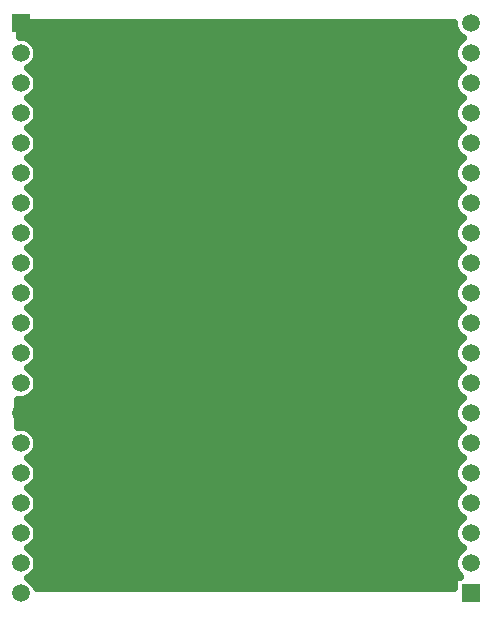
<source format=gbr>
G04 DipTrace 3.1.0.1*
G04 Bottom.gbr*
%MOIN*%
G04 #@! TF.FileFunction,Copper,L2,Bot*
G04 #@! TF.Part,Single*
G04 #@! TA.AperFunction,CopperBalancing*
%ADD15C,0.025*%
G04 #@! TA.AperFunction,ComponentPad*
%ADD16R,0.059055X0.059055*%
%ADD17C,0.059055*%
G04 #@! TA.AperFunction,ViaPad*
%ADD20C,0.04*%
%FSLAX26Y26*%
G04*
G70*
G90*
G75*
G01*
G04 Bottom*
%LPD*%
D20*
X793307Y2289764D3*
X763780D3*
X795276Y1512598D3*
Y1454724D3*
X1593307Y2303150D3*
X1647244D3*
X439958Y2324836D2*
D15*
X1885290D1*
X461490Y2299967D2*
X1907035D1*
X490304Y2275098D2*
X1887657D1*
X497445Y2250230D2*
X1880517D1*
X492887Y2225361D2*
X1885075D1*
X471717Y2200492D2*
X1906210D1*
X490017Y2175623D2*
X1887945D1*
X497409Y2150755D2*
X1880552D1*
X493102Y2125886D2*
X1884860D1*
X472541Y2101017D2*
X1905421D1*
X489694Y2076148D2*
X1888268D1*
X497373Y2051280D2*
X1880589D1*
X493319Y2026411D2*
X1884644D1*
X473295Y2001542D2*
X1904631D1*
X489371Y1976673D2*
X1888555D1*
X497337Y1951804D2*
X1880625D1*
X493534Y1926936D2*
X1884428D1*
X474049Y1902067D2*
X1903913D1*
X489049Y1877198D2*
X1888878D1*
X497302Y1852329D2*
X1880660D1*
X493749Y1827461D2*
X1884213D1*
X474766Y1802592D2*
X1903160D1*
X488726Y1777723D2*
X1889238D1*
X497265Y1752854D2*
X1880697D1*
X493928Y1727986D2*
X1884034D1*
X475484Y1703117D2*
X1902478D1*
X488402Y1678248D2*
X1889560D1*
X497194Y1653379D2*
X1880768D1*
X494143Y1628510D2*
X1883819D1*
X476165Y1603642D2*
X1901797D1*
X488043Y1578773D2*
X1889919D1*
X497157Y1553904D2*
X1880804D1*
X494323Y1529035D2*
X1883639D1*
X476811Y1504167D2*
X1901151D1*
X487685Y1479298D2*
X1890277D1*
X497087Y1454429D2*
X1880875D1*
X494503Y1429560D2*
X1883459D1*
X477458Y1404692D2*
X1900504D1*
X487325Y1379823D2*
X1890636D1*
X497014Y1354954D2*
X1880948D1*
X494682Y1330085D2*
X1883280D1*
X478067Y1305217D2*
X1899895D1*
X486967Y1280348D2*
X1890995D1*
X496942Y1255479D2*
X1881020D1*
X494861Y1230610D2*
X1883101D1*
X478677Y1205741D2*
X1899285D1*
X486572Y1180873D2*
X1891390D1*
X496871Y1156004D2*
X1881091D1*
X495005Y1131135D2*
X1882957D1*
X479252Y1106266D2*
X1898710D1*
X432280Y1081398D2*
X1891785D1*
X432135Y1056529D2*
X1881163D1*
X431957Y1031660D2*
X1882778D1*
X431812Y1006791D2*
X1898136D1*
X485782Y981923D2*
X1892180D1*
X496692Y957054D2*
X1881270D1*
X495328Y932185D2*
X1882634D1*
X480364Y907316D2*
X1897598D1*
X485352Y882448D2*
X1892573D1*
X496619Y857579D2*
X1881343D1*
X495471Y832710D2*
X1882491D1*
X480903Y807841D2*
X1897059D1*
X484957Y782972D2*
X1893005D1*
X496512Y758104D2*
X1881450D1*
X495615Y733235D2*
X1882348D1*
X481441Y708366D2*
X1896521D1*
X484526Y683497D2*
X1893436D1*
X496404Y658629D2*
X1881558D1*
X495759Y633760D2*
X1882203D1*
X481944Y608891D2*
X1896018D1*
X484060Y584022D2*
X1893866D1*
X496297Y559154D2*
X1881665D1*
X495866Y534285D2*
X1882060D1*
X482445Y509416D2*
X1895517D1*
X483630Y484547D2*
X1880445D1*
X1892143Y503657D2*
X1904308D1*
X1899365Y508026D1*
X1893655Y514710D1*
X1889063Y522206D1*
X1885698Y530327D1*
X1883647Y538874D1*
X1882957Y547638D1*
X1883647Y556402D1*
X1885698Y564949D1*
X1889063Y573070D1*
X1893655Y580566D1*
X1899365Y587249D1*
X1906049Y592959D1*
X1913715Y597631D1*
X1906049Y602316D1*
X1899365Y608026D1*
X1893655Y614710D1*
X1889063Y622206D1*
X1885698Y630327D1*
X1883647Y638874D1*
X1882957Y647638D1*
X1883647Y656402D1*
X1885698Y664949D1*
X1889063Y673070D1*
X1893655Y680566D1*
X1899365Y687249D1*
X1906049Y692959D1*
X1913715Y697631D1*
X1906049Y702316D1*
X1899365Y708026D1*
X1893655Y714710D1*
X1889063Y722206D1*
X1885698Y730327D1*
X1883647Y738874D1*
X1882957Y747638D1*
X1883647Y756402D1*
X1885698Y764949D1*
X1889063Y773070D1*
X1893655Y780566D1*
X1899365Y787249D1*
X1906049Y792959D1*
X1913715Y797631D1*
X1906049Y802316D1*
X1899365Y808026D1*
X1893655Y814710D1*
X1889063Y822206D1*
X1885698Y830327D1*
X1883647Y838874D1*
X1882957Y847638D1*
X1883647Y856402D1*
X1885698Y864949D1*
X1889063Y873070D1*
X1893655Y880566D1*
X1899365Y887249D1*
X1906049Y892959D1*
X1913715Y897631D1*
X1906049Y902316D1*
X1899365Y908026D1*
X1893655Y914710D1*
X1889063Y922206D1*
X1885698Y930327D1*
X1883647Y938874D1*
X1882957Y947638D1*
X1883647Y956402D1*
X1885698Y964949D1*
X1889063Y973070D1*
X1893655Y980566D1*
X1899365Y987249D1*
X1906049Y992959D1*
X1913715Y997631D1*
X1906049Y1002316D1*
X1899365Y1008026D1*
X1893655Y1014710D1*
X1889063Y1022206D1*
X1885698Y1030327D1*
X1883647Y1038874D1*
X1882957Y1047638D1*
X1883647Y1056402D1*
X1885698Y1064949D1*
X1889063Y1073070D1*
X1893655Y1080566D1*
X1899365Y1087249D1*
X1906049Y1092959D1*
X1913715Y1097631D1*
X1906049Y1102316D1*
X1899365Y1108026D1*
X1893655Y1114710D1*
X1889063Y1122206D1*
X1885698Y1130327D1*
X1883647Y1138874D1*
X1882957Y1147638D1*
X1883647Y1156402D1*
X1885698Y1164949D1*
X1889063Y1173070D1*
X1893655Y1180566D1*
X1899365Y1187249D1*
X1906049Y1192959D1*
X1913715Y1197631D1*
X1906049Y1202316D1*
X1899365Y1208026D1*
X1893655Y1214710D1*
X1889063Y1222206D1*
X1885698Y1230327D1*
X1883647Y1238874D1*
X1882957Y1247638D1*
X1883647Y1256402D1*
X1885698Y1264949D1*
X1889063Y1273070D1*
X1893655Y1280566D1*
X1899365Y1287249D1*
X1906049Y1292959D1*
X1913715Y1297631D1*
X1906049Y1302316D1*
X1899365Y1308026D1*
X1893655Y1314710D1*
X1889063Y1322206D1*
X1885698Y1330327D1*
X1883647Y1338874D1*
X1882957Y1347638D1*
X1883647Y1356402D1*
X1885698Y1364949D1*
X1889063Y1373070D1*
X1893655Y1380566D1*
X1899365Y1387249D1*
X1906049Y1392959D1*
X1913715Y1397631D1*
X1906049Y1402316D1*
X1899365Y1408026D1*
X1893655Y1414710D1*
X1889063Y1422206D1*
X1885698Y1430327D1*
X1883647Y1438874D1*
X1882957Y1447638D1*
X1883647Y1456402D1*
X1885698Y1464949D1*
X1889063Y1473070D1*
X1893655Y1480566D1*
X1899365Y1487249D1*
X1906049Y1492959D1*
X1913715Y1497631D1*
X1906049Y1502316D1*
X1899365Y1508026D1*
X1893655Y1514710D1*
X1889063Y1522206D1*
X1885698Y1530327D1*
X1883647Y1538874D1*
X1882957Y1547638D1*
X1883647Y1556402D1*
X1885698Y1564949D1*
X1889063Y1573070D1*
X1893655Y1580566D1*
X1899365Y1587249D1*
X1906049Y1592959D1*
X1913715Y1597631D1*
X1906049Y1602316D1*
X1899365Y1608026D1*
X1893655Y1614710D1*
X1889063Y1622206D1*
X1885698Y1630327D1*
X1883647Y1638874D1*
X1882957Y1647638D1*
X1883647Y1656402D1*
X1885698Y1664949D1*
X1889063Y1673070D1*
X1893655Y1680566D1*
X1899365Y1687249D1*
X1906049Y1692959D1*
X1913715Y1697631D1*
X1906049Y1702316D1*
X1899365Y1708026D1*
X1893655Y1714710D1*
X1889063Y1722206D1*
X1885698Y1730327D1*
X1883647Y1738874D1*
X1882957Y1747638D1*
X1883647Y1756402D1*
X1885698Y1764949D1*
X1889063Y1773070D1*
X1893655Y1780566D1*
X1899365Y1787249D1*
X1906049Y1792959D1*
X1913715Y1797631D1*
X1906049Y1802316D1*
X1899365Y1808026D1*
X1893655Y1814710D1*
X1889063Y1822206D1*
X1885698Y1830327D1*
X1883647Y1838874D1*
X1882957Y1847638D1*
X1883647Y1856402D1*
X1885698Y1864949D1*
X1889063Y1873070D1*
X1893655Y1880566D1*
X1899365Y1887249D1*
X1906049Y1892959D1*
X1913715Y1897631D1*
X1906049Y1902316D1*
X1899365Y1908026D1*
X1893655Y1914710D1*
X1889063Y1922206D1*
X1885698Y1930327D1*
X1883647Y1938874D1*
X1882957Y1947638D1*
X1883647Y1956402D1*
X1885698Y1964949D1*
X1889063Y1973070D1*
X1893655Y1980566D1*
X1899365Y1987249D1*
X1906049Y1992959D1*
X1913715Y1997631D1*
X1906049Y2002316D1*
X1899365Y2008026D1*
X1893655Y2014710D1*
X1889063Y2022206D1*
X1885698Y2030327D1*
X1883647Y2038874D1*
X1882957Y2047638D1*
X1883647Y2056402D1*
X1885698Y2064949D1*
X1889063Y2073070D1*
X1893655Y2080566D1*
X1899365Y2087249D1*
X1906049Y2092959D1*
X1913715Y2097631D1*
X1906049Y2102316D1*
X1899365Y2108026D1*
X1893655Y2114710D1*
X1889063Y2122206D1*
X1885698Y2130327D1*
X1883647Y2138874D1*
X1882957Y2147638D1*
X1883647Y2156402D1*
X1885698Y2164949D1*
X1889063Y2173070D1*
X1893655Y2180566D1*
X1899365Y2187249D1*
X1906049Y2192959D1*
X1913715Y2197631D1*
X1906049Y2202316D1*
X1899365Y2208026D1*
X1893655Y2214710D1*
X1889063Y2222206D1*
X1885698Y2230327D1*
X1883647Y2238874D1*
X1882957Y2247638D1*
X1883647Y2256402D1*
X1885698Y2264949D1*
X1889063Y2273070D1*
X1893655Y2280566D1*
X1899365Y2287249D1*
X1906049Y2292959D1*
X1913715Y2297631D1*
X1906049Y2302316D1*
X1899365Y2308026D1*
X1893655Y2314710D1*
X1889063Y2322206D1*
X1885698Y2330327D1*
X1883647Y2338874D1*
X1882957Y2347638D1*
X1883038Y2349715D1*
X437618Y2349705D1*
X437335Y2303601D1*
X443371Y2303484D1*
X452054Y2302110D1*
X460415Y2299394D1*
X468247Y2295403D1*
X475358Y2290235D1*
X481573Y2284020D1*
X486741Y2276908D1*
X490732Y2269076D1*
X493449Y2260715D1*
X494823Y2252033D1*
Y2243243D1*
X493449Y2234560D1*
X490732Y2226199D1*
X486741Y2218367D1*
X481573Y2211256D1*
X475358Y2205041D1*
X468247Y2199873D1*
X464408Y2197551D1*
X471904Y2192959D1*
X478588Y2187249D1*
X484298Y2180566D1*
X488890Y2173070D1*
X492255Y2164949D1*
X494306Y2156402D1*
X494996Y2147638D1*
X494306Y2138874D1*
X492255Y2130327D1*
X488890Y2122206D1*
X484298Y2114710D1*
X478588Y2108026D1*
X471904Y2102316D1*
X464238Y2097644D1*
X471904Y2092959D1*
X478588Y2087249D1*
X484298Y2080566D1*
X488890Y2073070D1*
X492255Y2064949D1*
X494306Y2056402D1*
X494996Y2047638D1*
X494306Y2038874D1*
X492255Y2030327D1*
X488890Y2022206D1*
X484298Y2014710D1*
X478588Y2008026D1*
X471904Y2002316D1*
X464238Y1997644D1*
X471904Y1992959D1*
X478588Y1987249D1*
X484298Y1980566D1*
X488890Y1973070D1*
X492255Y1964949D1*
X494306Y1956402D1*
X494996Y1947638D1*
X494306Y1938874D1*
X492255Y1930327D1*
X488890Y1922206D1*
X484298Y1914710D1*
X478588Y1908026D1*
X471904Y1902316D1*
X464238Y1897644D1*
X471904Y1892959D1*
X478588Y1887249D1*
X484298Y1880566D1*
X488890Y1873070D1*
X492255Y1864949D1*
X494306Y1856402D1*
X494996Y1847638D1*
X494306Y1838874D1*
X492255Y1830327D1*
X488890Y1822206D1*
X484298Y1814710D1*
X478588Y1808026D1*
X471904Y1802316D1*
X464238Y1797644D1*
X471904Y1792959D1*
X478588Y1787249D1*
X484298Y1780566D1*
X488890Y1773070D1*
X492255Y1764949D1*
X494306Y1756402D1*
X494996Y1747638D1*
X494306Y1738874D1*
X492255Y1730327D1*
X488890Y1722206D1*
X484298Y1714710D1*
X478588Y1708026D1*
X471904Y1702316D1*
X464238Y1697644D1*
X471904Y1692959D1*
X478588Y1687249D1*
X484298Y1680566D1*
X488890Y1673070D1*
X492255Y1664949D1*
X494306Y1656402D1*
X494996Y1647638D1*
X494306Y1638874D1*
X492255Y1630327D1*
X488890Y1622206D1*
X484298Y1614710D1*
X478588Y1608026D1*
X471904Y1602316D1*
X464238Y1597644D1*
X471904Y1592959D1*
X478588Y1587249D1*
X484298Y1580566D1*
X488890Y1573070D1*
X492255Y1564949D1*
X494306Y1556402D1*
X494996Y1547638D1*
X494306Y1538874D1*
X492255Y1530327D1*
X488890Y1522206D1*
X484298Y1514710D1*
X478588Y1508026D1*
X471904Y1502316D1*
X464238Y1497644D1*
X471904Y1492959D1*
X478588Y1487249D1*
X484298Y1480566D1*
X488890Y1473070D1*
X492255Y1464949D1*
X494306Y1456402D1*
X494996Y1447638D1*
X494306Y1438874D1*
X492255Y1430327D1*
X488890Y1422206D1*
X484298Y1414710D1*
X478588Y1408026D1*
X471904Y1402316D1*
X464238Y1397644D1*
X471904Y1392959D1*
X478588Y1387249D1*
X484298Y1380566D1*
X488890Y1373070D1*
X492255Y1364949D1*
X494306Y1356402D1*
X494996Y1347638D1*
X494306Y1338874D1*
X492255Y1330327D1*
X488890Y1322206D1*
X484298Y1314710D1*
X478588Y1308026D1*
X471904Y1302316D1*
X464238Y1297644D1*
X471904Y1292959D1*
X478588Y1287249D1*
X484298Y1280566D1*
X488890Y1273070D1*
X492255Y1264949D1*
X494306Y1256402D1*
X494996Y1247638D1*
X494306Y1238874D1*
X492255Y1230327D1*
X488890Y1222206D1*
X484298Y1214710D1*
X478588Y1208026D1*
X471904Y1202316D1*
X464238Y1197644D1*
X471904Y1192959D1*
X478588Y1187249D1*
X484298Y1180566D1*
X488890Y1173070D1*
X492255Y1164949D1*
X494306Y1156402D1*
X494996Y1147638D1*
X494306Y1138874D1*
X492255Y1130327D1*
X488890Y1122206D1*
X484298Y1114710D1*
X478588Y1108026D1*
X471904Y1102316D1*
X464408Y1097724D1*
X456287Y1094360D1*
X447740Y1092308D1*
X438976Y1091618D1*
X429860Y1092378D1*
X429289Y1002824D1*
X434581Y1003484D1*
X443371D1*
X452054Y1002110D1*
X460415Y999394D1*
X468247Y995403D1*
X475358Y990235D1*
X481573Y984020D1*
X486741Y976908D1*
X490732Y969076D1*
X493449Y960715D1*
X494823Y952033D1*
Y943243D1*
X493449Y934560D1*
X490732Y926199D1*
X486741Y918367D1*
X481573Y911256D1*
X475358Y905041D1*
X468247Y899873D1*
X464408Y897551D1*
X471904Y892959D1*
X478588Y887249D1*
X484298Y880566D1*
X488890Y873070D1*
X492255Y864949D1*
X494306Y856402D1*
X494996Y847638D1*
X494306Y838874D1*
X492255Y830327D1*
X488890Y822206D1*
X484298Y814710D1*
X478588Y808026D1*
X471904Y802316D1*
X464238Y797644D1*
X471904Y792959D1*
X478588Y787249D1*
X484298Y780566D1*
X488890Y773070D1*
X492255Y764949D1*
X494306Y756402D1*
X494996Y747638D1*
X494306Y738874D1*
X492255Y730327D1*
X488890Y722206D1*
X484298Y714710D1*
X478588Y708026D1*
X471904Y702316D1*
X464238Y697644D1*
X471904Y692959D1*
X478588Y687249D1*
X484298Y680566D1*
X488890Y673070D1*
X492255Y664949D1*
X494306Y656402D1*
X494996Y647638D1*
X494306Y638874D1*
X492255Y630327D1*
X488890Y622206D1*
X484298Y614710D1*
X478588Y608026D1*
X471904Y602316D1*
X464238Y597644D1*
X471904Y592959D1*
X478588Y587249D1*
X484298Y580566D1*
X488890Y573070D1*
X492255Y564949D1*
X494306Y556402D1*
X494996Y547638D1*
X494306Y538874D1*
X492255Y530327D1*
X488890Y522206D1*
X484298Y514710D1*
X478588Y508026D1*
X471904Y502316D1*
X464238Y497644D1*
X471904Y492959D1*
X478588Y487249D1*
X484298Y480566D1*
X488890Y473070D1*
X492142Y465255D1*
X1882951Y465256D1*
X1882957Y503657D1*
X1892143D1*
D16*
X1938976Y447638D3*
D17*
Y547638D3*
Y647638D3*
Y747638D3*
Y847638D3*
Y947638D3*
Y1047638D3*
Y1147638D3*
Y1247638D3*
Y1347638D3*
Y1447638D3*
Y1547638D3*
Y1647638D3*
Y1747638D3*
Y1847638D3*
Y1947638D3*
Y2047638D3*
Y2147638D3*
Y2247638D3*
Y2347638D3*
D16*
X438976D3*
D17*
Y2247638D3*
Y2147638D3*
Y2047638D3*
Y1947638D3*
Y1847638D3*
Y1747638D3*
Y1647638D3*
Y1547638D3*
Y1447638D3*
Y1347638D3*
Y1247638D3*
Y1147638D3*
Y1047638D3*
Y947638D3*
Y847638D3*
Y747638D3*
Y647638D3*
Y547638D3*
Y447638D3*
M02*

</source>
